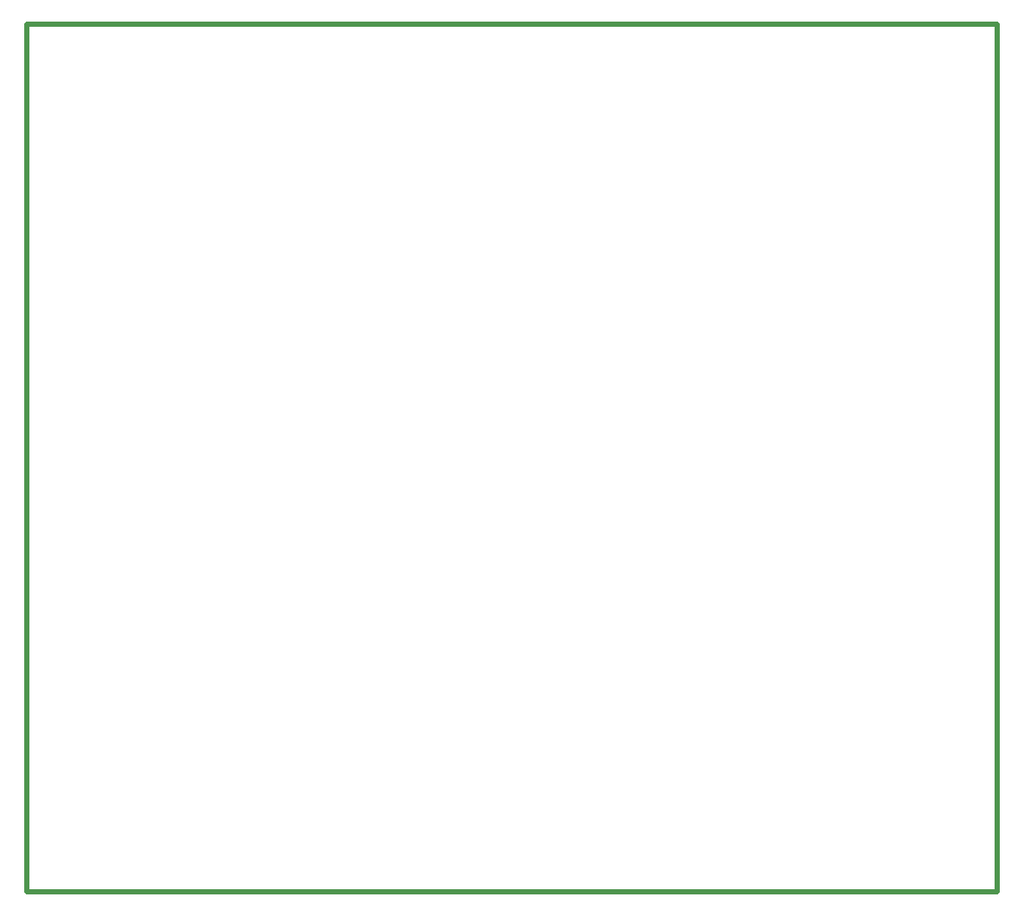
<source format=gm1>
G04*
G04 #@! TF.GenerationSoftware,Altium Limited,Altium Designer,25.3.3 (18)*
G04*
G04 Layer_Color=16711935*
%FSLAX26Y26*%
%MOIN*%
G70*
G04*
G04 #@! TF.SameCoordinates,14895927-405C-4533-9FDA-7E114B43C09E*
G04*
G04*
G04 #@! TF.FilePolarity,Positive*
G04*
G01*
G75*
%ADD59C,0.020000*%
D59*
X3740157D01*
Y3346457D01*
X0D02*
X3740157D01*
X0Y0D02*
Y3346457D01*
Y0D02*
Y3285000D01*
Y0D02*
X3735000D01*
M02*

</source>
